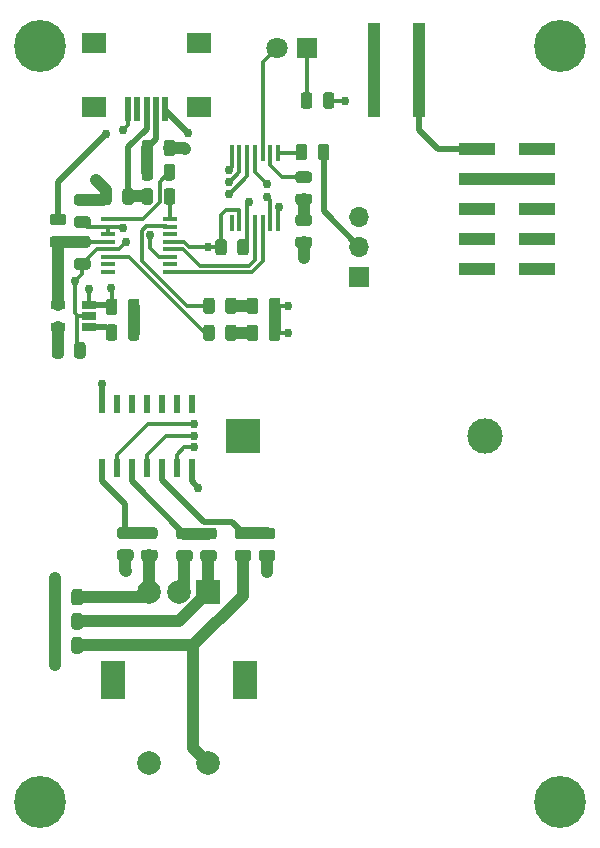
<source format=gtl>
%TF.GenerationSoftware,KiCad,Pcbnew,(5.1.6-0-10_14)*%
%TF.CreationDate,2020-07-28T22:12:12-04:00*%
%TF.ProjectId,uRemote,7552656d-6f74-4652-9e6b-696361645f70,rev?*%
%TF.SameCoordinates,Original*%
%TF.FileFunction,Copper,L1,Top*%
%TF.FilePolarity,Positive*%
%FSLAX46Y46*%
G04 Gerber Fmt 4.6, Leading zero omitted, Abs format (unit mm)*
G04 Created by KiCad (PCBNEW (5.1.6-0-10_14)) date 2020-07-28 22:12:12*
%MOMM*%
%LPD*%
G01*
G04 APERTURE LIST*
%TA.AperFunction,SMDPad,CuDef*%
%ADD10R,3.150000X1.000000*%
%TD*%
%TA.AperFunction,SMDPad,CuDef*%
%ADD11R,0.450000X1.450000*%
%TD*%
%TA.AperFunction,ComponentPad*%
%ADD12C,3.000000*%
%TD*%
%TA.AperFunction,ComponentPad*%
%ADD13R,3.000000X3.000000*%
%TD*%
%TA.AperFunction,SMDPad,CuDef*%
%ADD14R,0.600000X1.500000*%
%TD*%
%TA.AperFunction,ComponentPad*%
%ADD15R,1.800000X1.800000*%
%TD*%
%TA.AperFunction,ComponentPad*%
%ADD16C,1.800000*%
%TD*%
%TA.AperFunction,SMDPad,CuDef*%
%ADD17R,0.500000X2.000000*%
%TD*%
%TA.AperFunction,SMDPad,CuDef*%
%ADD18R,2.000000X1.700000*%
%TD*%
%TA.AperFunction,ComponentPad*%
%ADD19R,1.700000X1.700000*%
%TD*%
%TA.AperFunction,ComponentPad*%
%ADD20O,1.700000X1.700000*%
%TD*%
%TA.AperFunction,ComponentPad*%
%ADD21C,2.000000*%
%TD*%
%TA.AperFunction,ComponentPad*%
%ADD22R,2.000000X3.200000*%
%TD*%
%TA.AperFunction,ComponentPad*%
%ADD23R,2.000000X2.000000*%
%TD*%
%TA.AperFunction,SMDPad,CuDef*%
%ADD24R,1.000000X1.700000*%
%TD*%
%TA.AperFunction,SMDPad,CuDef*%
%ADD25R,1.200000X0.400000*%
%TD*%
%TA.AperFunction,SMDPad,CuDef*%
%ADD26R,1.220000X0.650000*%
%TD*%
%TA.AperFunction,ComponentPad*%
%ADD27C,4.400000*%
%TD*%
%TA.AperFunction,ComponentPad*%
%ADD28C,0.700000*%
%TD*%
%TA.AperFunction,ViaPad*%
%ADD29C,0.750000*%
%TD*%
%TA.AperFunction,Conductor*%
%ADD30C,0.500000*%
%TD*%
%TA.AperFunction,Conductor*%
%ADD31C,1.000000*%
%TD*%
%TA.AperFunction,Conductor*%
%ADD32C,0.300000*%
%TD*%
G04 APERTURE END LIST*
D10*
%TO.P,J1,10*%
%TO.N,Net-(J1-Pad10)*%
X65025000Y-41880000D03*
%TO.P,J1,9*%
%TO.N,Net-(J1-Pad9)*%
X59975000Y-41880000D03*
%TO.P,J1,8*%
%TO.N,Net-(J1-Pad8)*%
X65025000Y-39340000D03*
%TO.P,J1,7*%
%TO.N,Net-(J1-Pad7)*%
X59975000Y-39340000D03*
%TO.P,J1,6*%
%TO.N,SWCLK*%
X65025000Y-36800000D03*
%TO.P,J1,5*%
%TO.N,Net-(J1-Pad5)*%
X59975000Y-36800000D03*
%TO.P,J1,4*%
%TO.N,GND*%
X65025000Y-34260000D03*
%TO.P,J1,3*%
X59975000Y-34260000D03*
%TO.P,J1,2*%
%TO.N,SWDIO*%
X65025000Y-31720000D03*
%TO.P,J1,1*%
%TO.N,RST*%
X59975000Y-31720000D03*
%TD*%
D11*
%TO.P,U4,1*%
%TO.N,BOOT0*%
X43116700Y-32092200D03*
%TO.P,U4,2*%
%TO.N,LED*%
X42466700Y-32092200D03*
%TO.P,U4,3*%
%TO.N,IRLED*%
X41816700Y-32092200D03*
%TO.P,U4,4*%
%TO.N,RST*%
X41166700Y-32092200D03*
%TO.P,U4,5*%
%TO.N,ChanB*%
X40516700Y-32092200D03*
%TO.P,U4,6*%
%TO.N,ChanA*%
X39866700Y-32092200D03*
%TO.P,U4,7*%
%TO.N,Button*%
X39216700Y-32092200D03*
%TO.P,U4,8*%
%TO.N,Net-(U4-Pad8)*%
X39216700Y-37992200D03*
%TO.P,U4,9*%
%TO.N,GND*%
X39866700Y-37992200D03*
%TO.P,U4,10*%
%TO.N,VCC*%
X40516700Y-37992200D03*
%TO.P,U4,11*%
%TO.N,TX*%
X41166700Y-37992200D03*
%TO.P,U4,12*%
%TO.N,RX*%
X41816700Y-37992200D03*
%TO.P,U4,13*%
%TO.N,SWDIO*%
X42466700Y-37992200D03*
%TO.P,U4,14*%
%TO.N,SWCLK*%
X43116700Y-37992200D03*
%TD*%
%TO.P,R1,2*%
%TO.N,D-*%
%TA.AperFunction,SMDPad,CuDef*%
G36*
G01*
X32550000Y-33243750D02*
X32550000Y-34156250D01*
G75*
G02*
X32306250Y-34400000I-243750J0D01*
G01*
X31818750Y-34400000D01*
G75*
G02*
X31575000Y-34156250I0J243750D01*
G01*
X31575000Y-33243750D01*
G75*
G02*
X31818750Y-33000000I243750J0D01*
G01*
X32306250Y-33000000D01*
G75*
G02*
X32550000Y-33243750I0J-243750D01*
G01*
G37*
%TD.AperFunction*%
%TO.P,R1,1*%
%TO.N,Net-(R1-Pad1)*%
%TA.AperFunction,SMDPad,CuDef*%
G36*
G01*
X34425000Y-33243750D02*
X34425000Y-34156250D01*
G75*
G02*
X34181250Y-34400000I-243750J0D01*
G01*
X33693750Y-34400000D01*
G75*
G02*
X33450000Y-34156250I0J243750D01*
G01*
X33450000Y-33243750D01*
G75*
G02*
X33693750Y-33000000I243750J0D01*
G01*
X34181250Y-33000000D01*
G75*
G02*
X34425000Y-33243750I0J-243750D01*
G01*
G37*
%TD.AperFunction*%
%TD*%
D12*
%TO.P,BT1,2*%
%TO.N,GND*%
X60640000Y-56050000D03*
D13*
%TO.P,BT1,1*%
%TO.N,VCC*%
X40150000Y-56050000D03*
%TD*%
D14*
%TO.P,U1,14*%
%TO.N,VCC*%
X28190000Y-53300000D03*
%TO.P,U1,13*%
%TO.N,N/C*%
X29460000Y-53300000D03*
%TO.P,U1,12*%
X30730000Y-53300000D03*
%TO.P,U1,11*%
X32000000Y-53300000D03*
%TO.P,U1,10*%
X33270000Y-53300000D03*
%TO.P,U1,9*%
X34540000Y-53300000D03*
%TO.P,U1,8*%
X35810000Y-53300000D03*
%TO.P,U1,7*%
%TO.N,GND*%
X35810000Y-58700000D03*
%TO.P,U1,6*%
%TO.N,Button*%
X34540000Y-58700000D03*
%TO.P,U1,5*%
%TO.N,Net-(C4-Pad1)*%
X33270000Y-58700000D03*
%TO.P,U1,4*%
%TO.N,ChanA*%
X32000000Y-58700000D03*
%TO.P,U1,3*%
%TO.N,Net-(C7-Pad1)*%
X30730000Y-58700000D03*
%TO.P,U1,2*%
%TO.N,ChanB*%
X29460000Y-58700000D03*
%TO.P,U1,1*%
%TO.N,Net-(C6-Pad2)*%
X28190000Y-58700000D03*
%TD*%
%TO.P,FB1,2*%
%TO.N,VBUS*%
%TA.AperFunction,SMDPad,CuDef*%
G36*
G01*
X24043750Y-39100000D02*
X24956250Y-39100000D01*
G75*
G02*
X25200000Y-39343750I0J-243750D01*
G01*
X25200000Y-39831250D01*
G75*
G02*
X24956250Y-40075000I-243750J0D01*
G01*
X24043750Y-40075000D01*
G75*
G02*
X23800000Y-39831250I0J243750D01*
G01*
X23800000Y-39343750D01*
G75*
G02*
X24043750Y-39100000I243750J0D01*
G01*
G37*
%TD.AperFunction*%
%TO.P,FB1,1*%
%TO.N,Net-(FB1-Pad1)*%
%TA.AperFunction,SMDPad,CuDef*%
G36*
G01*
X24043750Y-37225000D02*
X24956250Y-37225000D01*
G75*
G02*
X25200000Y-37468750I0J-243750D01*
G01*
X25200000Y-37956250D01*
G75*
G02*
X24956250Y-38200000I-243750J0D01*
G01*
X24043750Y-38200000D01*
G75*
G02*
X23800000Y-37956250I0J243750D01*
G01*
X23800000Y-37468750D01*
G75*
G02*
X24043750Y-37225000I243750J0D01*
G01*
G37*
%TD.AperFunction*%
%TD*%
%TO.P,C1,2*%
%TO.N,D+*%
%TA.AperFunction,SMDPad,CuDef*%
G36*
G01*
X29950000Y-36206250D02*
X29950000Y-35293750D01*
G75*
G02*
X30193750Y-35050000I243750J0D01*
G01*
X30681250Y-35050000D01*
G75*
G02*
X30925000Y-35293750I0J-243750D01*
G01*
X30925000Y-36206250D01*
G75*
G02*
X30681250Y-36450000I-243750J0D01*
G01*
X30193750Y-36450000D01*
G75*
G02*
X29950000Y-36206250I0J243750D01*
G01*
G37*
%TD.AperFunction*%
%TO.P,C1,1*%
%TO.N,GND*%
%TA.AperFunction,SMDPad,CuDef*%
G36*
G01*
X28075000Y-36206250D02*
X28075000Y-35293750D01*
G75*
G02*
X28318750Y-35050000I243750J0D01*
G01*
X28806250Y-35050000D01*
G75*
G02*
X29050000Y-35293750I0J-243750D01*
G01*
X29050000Y-36206250D01*
G75*
G02*
X28806250Y-36450000I-243750J0D01*
G01*
X28318750Y-36450000D01*
G75*
G02*
X28075000Y-36206250I0J243750D01*
G01*
G37*
%TD.AperFunction*%
%TD*%
%TO.P,C2,2*%
%TO.N,GND*%
%TA.AperFunction,SMDPad,CuDef*%
G36*
G01*
X26097050Y-40972900D02*
X27009550Y-40972900D01*
G75*
G02*
X27253300Y-41216650I0J-243750D01*
G01*
X27253300Y-41704150D01*
G75*
G02*
X27009550Y-41947900I-243750J0D01*
G01*
X26097050Y-41947900D01*
G75*
G02*
X25853300Y-41704150I0J243750D01*
G01*
X25853300Y-41216650D01*
G75*
G02*
X26097050Y-40972900I243750J0D01*
G01*
G37*
%TD.AperFunction*%
%TO.P,C2,1*%
%TO.N,VBUS*%
%TA.AperFunction,SMDPad,CuDef*%
G36*
G01*
X26097050Y-39097900D02*
X27009550Y-39097900D01*
G75*
G02*
X27253300Y-39341650I0J-243750D01*
G01*
X27253300Y-39829150D01*
G75*
G02*
X27009550Y-40072900I-243750J0D01*
G01*
X26097050Y-40072900D01*
G75*
G02*
X25853300Y-39829150I0J243750D01*
G01*
X25853300Y-39341650D01*
G75*
G02*
X26097050Y-39097900I243750J0D01*
G01*
G37*
%TD.AperFunction*%
%TD*%
%TO.P,C3,1*%
%TO.N,D-*%
%TA.AperFunction,SMDPad,CuDef*%
G36*
G01*
X31575000Y-32106250D02*
X31575000Y-31193750D01*
G75*
G02*
X31818750Y-30950000I243750J0D01*
G01*
X32306250Y-30950000D01*
G75*
G02*
X32550000Y-31193750I0J-243750D01*
G01*
X32550000Y-32106250D01*
G75*
G02*
X32306250Y-32350000I-243750J0D01*
G01*
X31818750Y-32350000D01*
G75*
G02*
X31575000Y-32106250I0J243750D01*
G01*
G37*
%TD.AperFunction*%
%TO.P,C3,2*%
%TO.N,GND*%
%TA.AperFunction,SMDPad,CuDef*%
G36*
G01*
X33450000Y-32106250D02*
X33450000Y-31193750D01*
G75*
G02*
X33693750Y-30950000I243750J0D01*
G01*
X34181250Y-30950000D01*
G75*
G02*
X34425000Y-31193750I0J-243750D01*
G01*
X34425000Y-32106250D01*
G75*
G02*
X34181250Y-32350000I-243750J0D01*
G01*
X33693750Y-32350000D01*
G75*
G02*
X33450000Y-32106250I0J243750D01*
G01*
G37*
%TD.AperFunction*%
%TD*%
%TO.P,C4,1*%
%TO.N,Net-(C4-Pad1)*%
%TA.AperFunction,SMDPad,CuDef*%
G36*
G01*
X41721450Y-63783900D02*
X42633950Y-63783900D01*
G75*
G02*
X42877700Y-64027650I0J-243750D01*
G01*
X42877700Y-64515150D01*
G75*
G02*
X42633950Y-64758900I-243750J0D01*
G01*
X41721450Y-64758900D01*
G75*
G02*
X41477700Y-64515150I0J243750D01*
G01*
X41477700Y-64027650D01*
G75*
G02*
X41721450Y-63783900I243750J0D01*
G01*
G37*
%TD.AperFunction*%
%TO.P,C4,2*%
%TO.N,GND*%
%TA.AperFunction,SMDPad,CuDef*%
G36*
G01*
X41721450Y-65658900D02*
X42633950Y-65658900D01*
G75*
G02*
X42877700Y-65902650I0J-243750D01*
G01*
X42877700Y-66390150D01*
G75*
G02*
X42633950Y-66633900I-243750J0D01*
G01*
X41721450Y-66633900D01*
G75*
G02*
X41477700Y-66390150I0J243750D01*
G01*
X41477700Y-65902650D01*
G75*
G02*
X41721450Y-65658900I243750J0D01*
G01*
G37*
%TD.AperFunction*%
%TD*%
%TO.P,C5,2*%
%TO.N,GND*%
%TA.AperFunction,SMDPad,CuDef*%
G36*
G01*
X27009550Y-36516900D02*
X26097050Y-36516900D01*
G75*
G02*
X25853300Y-36273150I0J243750D01*
G01*
X25853300Y-35785650D01*
G75*
G02*
X26097050Y-35541900I243750J0D01*
G01*
X27009550Y-35541900D01*
G75*
G02*
X27253300Y-35785650I0J-243750D01*
G01*
X27253300Y-36273150D01*
G75*
G02*
X27009550Y-36516900I-243750J0D01*
G01*
G37*
%TD.AperFunction*%
%TO.P,C5,1*%
%TO.N,Net-(C5-Pad1)*%
%TA.AperFunction,SMDPad,CuDef*%
G36*
G01*
X27009550Y-38391900D02*
X26097050Y-38391900D01*
G75*
G02*
X25853300Y-38148150I0J243750D01*
G01*
X25853300Y-37660650D01*
G75*
G02*
X26097050Y-37416900I243750J0D01*
G01*
X27009550Y-37416900D01*
G75*
G02*
X27253300Y-37660650I0J-243750D01*
G01*
X27253300Y-38148150D01*
G75*
G02*
X27009550Y-38391900I-243750J0D01*
G01*
G37*
%TD.AperFunction*%
%TD*%
%TO.P,C6,2*%
%TO.N,Net-(C6-Pad2)*%
%TA.AperFunction,SMDPad,CuDef*%
G36*
G01*
X30657850Y-64733500D02*
X29745350Y-64733500D01*
G75*
G02*
X29501600Y-64489750I0J243750D01*
G01*
X29501600Y-64002250D01*
G75*
G02*
X29745350Y-63758500I243750J0D01*
G01*
X30657850Y-63758500D01*
G75*
G02*
X30901600Y-64002250I0J-243750D01*
G01*
X30901600Y-64489750D01*
G75*
G02*
X30657850Y-64733500I-243750J0D01*
G01*
G37*
%TD.AperFunction*%
%TO.P,C6,1*%
%TO.N,GND*%
%TA.AperFunction,SMDPad,CuDef*%
G36*
G01*
X30657850Y-66608500D02*
X29745350Y-66608500D01*
G75*
G02*
X29501600Y-66364750I0J243750D01*
G01*
X29501600Y-65877250D01*
G75*
G02*
X29745350Y-65633500I243750J0D01*
G01*
X30657850Y-65633500D01*
G75*
G02*
X30901600Y-65877250I0J-243750D01*
G01*
X30901600Y-66364750D01*
G75*
G02*
X30657850Y-66608500I-243750J0D01*
G01*
G37*
%TD.AperFunction*%
%TD*%
%TO.P,C7,1*%
%TO.N,Net-(C7-Pad1)*%
%TA.AperFunction,SMDPad,CuDef*%
G36*
G01*
X34749150Y-63796600D02*
X35661650Y-63796600D01*
G75*
G02*
X35905400Y-64040350I0J-243750D01*
G01*
X35905400Y-64527850D01*
G75*
G02*
X35661650Y-64771600I-243750J0D01*
G01*
X34749150Y-64771600D01*
G75*
G02*
X34505400Y-64527850I0J243750D01*
G01*
X34505400Y-64040350D01*
G75*
G02*
X34749150Y-63796600I243750J0D01*
G01*
G37*
%TD.AperFunction*%
%TO.P,C7,2*%
%TO.N,GND*%
%TA.AperFunction,SMDPad,CuDef*%
G36*
G01*
X34749150Y-65671600D02*
X35661650Y-65671600D01*
G75*
G02*
X35905400Y-65915350I0J-243750D01*
G01*
X35905400Y-66402850D01*
G75*
G02*
X35661650Y-66646600I-243750J0D01*
G01*
X34749150Y-66646600D01*
G75*
G02*
X34505400Y-66402850I0J243750D01*
G01*
X34505400Y-65915350D01*
G75*
G02*
X34749150Y-65671600I243750J0D01*
G01*
G37*
%TD.AperFunction*%
%TD*%
%TO.P,C8,1*%
%TO.N,VCC*%
%TA.AperFunction,SMDPad,CuDef*%
G36*
G01*
X40654200Y-39585950D02*
X40654200Y-40498450D01*
G75*
G02*
X40410450Y-40742200I-243750J0D01*
G01*
X39922950Y-40742200D01*
G75*
G02*
X39679200Y-40498450I0J243750D01*
G01*
X39679200Y-39585950D01*
G75*
G02*
X39922950Y-39342200I243750J0D01*
G01*
X40410450Y-39342200D01*
G75*
G02*
X40654200Y-39585950I0J-243750D01*
G01*
G37*
%TD.AperFunction*%
%TO.P,C8,2*%
%TO.N,GND*%
%TA.AperFunction,SMDPad,CuDef*%
G36*
G01*
X38779200Y-39585950D02*
X38779200Y-40498450D01*
G75*
G02*
X38535450Y-40742200I-243750J0D01*
G01*
X38047950Y-40742200D01*
G75*
G02*
X37804200Y-40498450I0J243750D01*
G01*
X37804200Y-39585950D01*
G75*
G02*
X38047950Y-39342200I243750J0D01*
G01*
X38535450Y-39342200D01*
G75*
G02*
X38779200Y-39585950I0J-243750D01*
G01*
G37*
%TD.AperFunction*%
%TD*%
%TO.P,RX,2*%
%TO.N,RXLED*%
%TA.AperFunction,SMDPad,CuDef*%
G36*
G01*
X37765500Y-44550250D02*
X37765500Y-45462750D01*
G75*
G02*
X37521750Y-45706500I-243750J0D01*
G01*
X37034250Y-45706500D01*
G75*
G02*
X36790500Y-45462750I0J243750D01*
G01*
X36790500Y-44550250D01*
G75*
G02*
X37034250Y-44306500I243750J0D01*
G01*
X37521750Y-44306500D01*
G75*
G02*
X37765500Y-44550250I0J-243750D01*
G01*
G37*
%TD.AperFunction*%
%TO.P,RX,1*%
%TO.N,Net-(D1-Pad1)*%
%TA.AperFunction,SMDPad,CuDef*%
G36*
G01*
X39640500Y-44550250D02*
X39640500Y-45462750D01*
G75*
G02*
X39396750Y-45706500I-243750J0D01*
G01*
X38909250Y-45706500D01*
G75*
G02*
X38665500Y-45462750I0J243750D01*
G01*
X38665500Y-44550250D01*
G75*
G02*
X38909250Y-44306500I243750J0D01*
G01*
X39396750Y-44306500D01*
G75*
G02*
X39640500Y-44550250I0J-243750D01*
G01*
G37*
%TD.AperFunction*%
%TD*%
%TO.P,TX,1*%
%TO.N,Net-(D2-Pad1)*%
%TA.AperFunction,SMDPad,CuDef*%
G36*
G01*
X39640500Y-46836250D02*
X39640500Y-47748750D01*
G75*
G02*
X39396750Y-47992500I-243750J0D01*
G01*
X38909250Y-47992500D01*
G75*
G02*
X38665500Y-47748750I0J243750D01*
G01*
X38665500Y-46836250D01*
G75*
G02*
X38909250Y-46592500I243750J0D01*
G01*
X39396750Y-46592500D01*
G75*
G02*
X39640500Y-46836250I0J-243750D01*
G01*
G37*
%TD.AperFunction*%
%TO.P,TX,2*%
%TO.N,TXLED*%
%TA.AperFunction,SMDPad,CuDef*%
G36*
G01*
X37765500Y-46836250D02*
X37765500Y-47748750D01*
G75*
G02*
X37521750Y-47992500I-243750J0D01*
G01*
X37034250Y-47992500D01*
G75*
G02*
X36790500Y-47748750I0J243750D01*
G01*
X36790500Y-46836250D01*
G75*
G02*
X37034250Y-46592500I243750J0D01*
G01*
X37521750Y-46592500D01*
G75*
G02*
X37765500Y-46836250I0J-243750D01*
G01*
G37*
%TD.AperFunction*%
%TD*%
%TO.P,CHRG,2*%
%TO.N,VCC*%
%TA.AperFunction,SMDPad,CuDef*%
G36*
G01*
X29525300Y-44643750D02*
X29525300Y-45556250D01*
G75*
G02*
X29281550Y-45800000I-243750J0D01*
G01*
X28794050Y-45800000D01*
G75*
G02*
X28550300Y-45556250I0J243750D01*
G01*
X28550300Y-44643750D01*
G75*
G02*
X28794050Y-44400000I243750J0D01*
G01*
X29281550Y-44400000D01*
G75*
G02*
X29525300Y-44643750I0J-243750D01*
G01*
G37*
%TD.AperFunction*%
%TO.P,CHRG,1*%
%TO.N,Net-(D3-Pad1)*%
%TA.AperFunction,SMDPad,CuDef*%
G36*
G01*
X31400300Y-44643750D02*
X31400300Y-45556250D01*
G75*
G02*
X31156550Y-45800000I-243750J0D01*
G01*
X30669050Y-45800000D01*
G75*
G02*
X30425300Y-45556250I0J243750D01*
G01*
X30425300Y-44643750D01*
G75*
G02*
X30669050Y-44400000I243750J0D01*
G01*
X31156550Y-44400000D01*
G75*
G02*
X31400300Y-44643750I0J-243750D01*
G01*
G37*
%TD.AperFunction*%
%TD*%
%TO.P,LED,1*%
%TO.N,Net-(D4-Pad1)*%
%TA.AperFunction,SMDPad,CuDef*%
G36*
G01*
X45756250Y-36475000D02*
X44843750Y-36475000D01*
G75*
G02*
X44600000Y-36231250I0J243750D01*
G01*
X44600000Y-35743750D01*
G75*
G02*
X44843750Y-35500000I243750J0D01*
G01*
X45756250Y-35500000D01*
G75*
G02*
X46000000Y-35743750I0J-243750D01*
G01*
X46000000Y-36231250D01*
G75*
G02*
X45756250Y-36475000I-243750J0D01*
G01*
G37*
%TD.AperFunction*%
%TO.P,LED,2*%
%TO.N,LED*%
%TA.AperFunction,SMDPad,CuDef*%
G36*
G01*
X45756250Y-34600000D02*
X44843750Y-34600000D01*
G75*
G02*
X44600000Y-34356250I0J243750D01*
G01*
X44600000Y-33868750D01*
G75*
G02*
X44843750Y-33625000I243750J0D01*
G01*
X45756250Y-33625000D01*
G75*
G02*
X46000000Y-33868750I0J-243750D01*
G01*
X46000000Y-34356250D01*
G75*
G02*
X45756250Y-34600000I-243750J0D01*
G01*
G37*
%TD.AperFunction*%
%TD*%
D15*
%TO.P,D5,1*%
%TO.N,Net-(D5-Pad1)*%
X45540000Y-23150000D03*
D16*
%TO.P,D5,2*%
%TO.N,IRLED*%
X43000000Y-23150000D03*
%TD*%
D17*
%TO.P,J2,1*%
%TO.N,Net-(FB1-Pad1)*%
X33600000Y-28300000D03*
%TO.P,J2,2*%
%TO.N,D-*%
X32800000Y-28300000D03*
%TO.P,J2,3*%
%TO.N,D+*%
X32000000Y-28300000D03*
%TO.P,J2,4*%
%TO.N,Net-(J2-Pad4)*%
X31200000Y-28300000D03*
%TO.P,J2,5*%
%TO.N,GND*%
X30400000Y-28300000D03*
D18*
%TO.P,J2,6*%
X36450000Y-28200000D03*
X36450000Y-22750000D03*
X27550000Y-28200000D03*
X27550000Y-22750000D03*
%TD*%
D19*
%TO.P,BOOT0,1*%
%TO.N,VCC*%
X50000000Y-42540000D03*
D20*
%TO.P,BOOT0,2*%
%TO.N,Net-(JP1-Pad2)*%
X50000000Y-40000000D03*
%TO.P,BOOT0,3*%
%TO.N,GND*%
X50000000Y-37460000D03*
%TD*%
%TO.P,R2,1*%
%TO.N,D+*%
%TA.AperFunction,SMDPad,CuDef*%
G36*
G01*
X31575000Y-36206250D02*
X31575000Y-35293750D01*
G75*
G02*
X31818750Y-35050000I243750J0D01*
G01*
X32306250Y-35050000D01*
G75*
G02*
X32550000Y-35293750I0J-243750D01*
G01*
X32550000Y-36206250D01*
G75*
G02*
X32306250Y-36450000I-243750J0D01*
G01*
X31818750Y-36450000D01*
G75*
G02*
X31575000Y-36206250I0J243750D01*
G01*
G37*
%TD.AperFunction*%
%TO.P,R2,2*%
%TO.N,Net-(R2-Pad2)*%
%TA.AperFunction,SMDPad,CuDef*%
G36*
G01*
X33450000Y-36206250D02*
X33450000Y-35293750D01*
G75*
G02*
X33693750Y-35050000I243750J0D01*
G01*
X34181250Y-35050000D01*
G75*
G02*
X34425000Y-35293750I0J-243750D01*
G01*
X34425000Y-36206250D01*
G75*
G02*
X34181250Y-36450000I-243750J0D01*
G01*
X33693750Y-36450000D01*
G75*
G02*
X33450000Y-36206250I0J243750D01*
G01*
G37*
%TD.AperFunction*%
%TD*%
%TO.P,R3,2*%
%TO.N,Net-(C4-Pad1)*%
%TA.AperFunction,SMDPad,CuDef*%
G36*
G01*
X40601950Y-64758900D02*
X39689450Y-64758900D01*
G75*
G02*
X39445700Y-64515150I0J243750D01*
G01*
X39445700Y-64027650D01*
G75*
G02*
X39689450Y-63783900I243750J0D01*
G01*
X40601950Y-63783900D01*
G75*
G02*
X40845700Y-64027650I0J-243750D01*
G01*
X40845700Y-64515150D01*
G75*
G02*
X40601950Y-64758900I-243750J0D01*
G01*
G37*
%TD.AperFunction*%
%TO.P,R3,1*%
%TO.N,Net-(R3-Pad1)*%
%TA.AperFunction,SMDPad,CuDef*%
G36*
G01*
X40601950Y-66633900D02*
X39689450Y-66633900D01*
G75*
G02*
X39445700Y-66390150I0J243750D01*
G01*
X39445700Y-65902650D01*
G75*
G02*
X39689450Y-65658900I243750J0D01*
G01*
X40601950Y-65658900D01*
G75*
G02*
X40845700Y-65902650I0J-243750D01*
G01*
X40845700Y-66390150D01*
G75*
G02*
X40601950Y-66633900I-243750J0D01*
G01*
G37*
%TD.AperFunction*%
%TD*%
%TO.P,R4,1*%
%TO.N,VCC*%
%TA.AperFunction,SMDPad,CuDef*%
G36*
G01*
X23760100Y-74199550D02*
X23760100Y-73287050D01*
G75*
G02*
X24003850Y-73043300I243750J0D01*
G01*
X24491350Y-73043300D01*
G75*
G02*
X24735100Y-73287050I0J-243750D01*
G01*
X24735100Y-74199550D01*
G75*
G02*
X24491350Y-74443300I-243750J0D01*
G01*
X24003850Y-74443300D01*
G75*
G02*
X23760100Y-74199550I0J243750D01*
G01*
G37*
%TD.AperFunction*%
%TO.P,R4,2*%
%TO.N,Net-(R3-Pad1)*%
%TA.AperFunction,SMDPad,CuDef*%
G36*
G01*
X25635100Y-74199550D02*
X25635100Y-73287050D01*
G75*
G02*
X25878850Y-73043300I243750J0D01*
G01*
X26366350Y-73043300D01*
G75*
G02*
X26610100Y-73287050I0J-243750D01*
G01*
X26610100Y-74199550D01*
G75*
G02*
X26366350Y-74443300I-243750J0D01*
G01*
X25878850Y-74443300D01*
G75*
G02*
X25635100Y-74199550I0J243750D01*
G01*
G37*
%TD.AperFunction*%
%TD*%
%TO.P,R5,2*%
%TO.N,Net-(R5-Pad2)*%
%TA.AperFunction,SMDPad,CuDef*%
G36*
G01*
X25638900Y-72167550D02*
X25638900Y-71255050D01*
G75*
G02*
X25882650Y-71011300I243750J0D01*
G01*
X26370150Y-71011300D01*
G75*
G02*
X26613900Y-71255050I0J-243750D01*
G01*
X26613900Y-72167550D01*
G75*
G02*
X26370150Y-72411300I-243750J0D01*
G01*
X25882650Y-72411300D01*
G75*
G02*
X25638900Y-72167550I0J243750D01*
G01*
G37*
%TD.AperFunction*%
%TO.P,R5,1*%
%TO.N,VCC*%
%TA.AperFunction,SMDPad,CuDef*%
G36*
G01*
X23763900Y-72167550D02*
X23763900Y-71255050D01*
G75*
G02*
X24007650Y-71011300I243750J0D01*
G01*
X24495150Y-71011300D01*
G75*
G02*
X24738900Y-71255050I0J-243750D01*
G01*
X24738900Y-72167550D01*
G75*
G02*
X24495150Y-72411300I-243750J0D01*
G01*
X24007650Y-72411300D01*
G75*
G02*
X23763900Y-72167550I0J243750D01*
G01*
G37*
%TD.AperFunction*%
%TD*%
%TO.P,R6,2*%
%TO.N,Net-(R6-Pad2)*%
%TA.AperFunction,SMDPad,CuDef*%
G36*
G01*
X25638900Y-70123850D02*
X25638900Y-69211350D01*
G75*
G02*
X25882650Y-68967600I243750J0D01*
G01*
X26370150Y-68967600D01*
G75*
G02*
X26613900Y-69211350I0J-243750D01*
G01*
X26613900Y-70123850D01*
G75*
G02*
X26370150Y-70367600I-243750J0D01*
G01*
X25882650Y-70367600D01*
G75*
G02*
X25638900Y-70123850I0J243750D01*
G01*
G37*
%TD.AperFunction*%
%TO.P,R6,1*%
%TO.N,VCC*%
%TA.AperFunction,SMDPad,CuDef*%
G36*
G01*
X23763900Y-70123850D02*
X23763900Y-69211350D01*
G75*
G02*
X24007650Y-68967600I243750J0D01*
G01*
X24495150Y-68967600D01*
G75*
G02*
X24738900Y-69211350I0J-243750D01*
G01*
X24738900Y-70123850D01*
G75*
G02*
X24495150Y-70367600I-243750J0D01*
G01*
X24007650Y-70367600D01*
G75*
G02*
X23763900Y-70123850I0J243750D01*
G01*
G37*
%TD.AperFunction*%
%TD*%
%TO.P,R7,1*%
%TO.N,Net-(JP1-Pad2)*%
%TA.AperFunction,SMDPad,CuDef*%
G36*
G01*
X47475000Y-31543750D02*
X47475000Y-32456250D01*
G75*
G02*
X47231250Y-32700000I-243750J0D01*
G01*
X46743750Y-32700000D01*
G75*
G02*
X46500000Y-32456250I0J243750D01*
G01*
X46500000Y-31543750D01*
G75*
G02*
X46743750Y-31300000I243750J0D01*
G01*
X47231250Y-31300000D01*
G75*
G02*
X47475000Y-31543750I0J-243750D01*
G01*
G37*
%TD.AperFunction*%
%TO.P,R7,2*%
%TO.N,BOOT0*%
%TA.AperFunction,SMDPad,CuDef*%
G36*
G01*
X45600000Y-31543750D02*
X45600000Y-32456250D01*
G75*
G02*
X45356250Y-32700000I-243750J0D01*
G01*
X44868750Y-32700000D01*
G75*
G02*
X44625000Y-32456250I0J243750D01*
G01*
X44625000Y-31543750D01*
G75*
G02*
X44868750Y-31300000I243750J0D01*
G01*
X45356250Y-31300000D01*
G75*
G02*
X45600000Y-31543750I0J-243750D01*
G01*
G37*
%TD.AperFunction*%
%TD*%
%TO.P,R8,2*%
%TO.N,Net-(R6-Pad2)*%
%TA.AperFunction,SMDPad,CuDef*%
G36*
G01*
X31777350Y-65646200D02*
X32689850Y-65646200D01*
G75*
G02*
X32933600Y-65889950I0J-243750D01*
G01*
X32933600Y-66377450D01*
G75*
G02*
X32689850Y-66621200I-243750J0D01*
G01*
X31777350Y-66621200D01*
G75*
G02*
X31533600Y-66377450I0J243750D01*
G01*
X31533600Y-65889950D01*
G75*
G02*
X31777350Y-65646200I243750J0D01*
G01*
G37*
%TD.AperFunction*%
%TO.P,R8,1*%
%TO.N,Net-(C6-Pad2)*%
%TA.AperFunction,SMDPad,CuDef*%
G36*
G01*
X31777350Y-63771200D02*
X32689850Y-63771200D01*
G75*
G02*
X32933600Y-64014950I0J-243750D01*
G01*
X32933600Y-64502450D01*
G75*
G02*
X32689850Y-64746200I-243750J0D01*
G01*
X31777350Y-64746200D01*
G75*
G02*
X31533600Y-64502450I0J243750D01*
G01*
X31533600Y-64014950D01*
G75*
G02*
X31777350Y-63771200I243750J0D01*
G01*
G37*
%TD.AperFunction*%
%TD*%
%TO.P,R9,1*%
%TO.N,Net-(C7-Pad1)*%
%TA.AperFunction,SMDPad,CuDef*%
G36*
G01*
X36781150Y-63796600D02*
X37693650Y-63796600D01*
G75*
G02*
X37937400Y-64040350I0J-243750D01*
G01*
X37937400Y-64527850D01*
G75*
G02*
X37693650Y-64771600I-243750J0D01*
G01*
X36781150Y-64771600D01*
G75*
G02*
X36537400Y-64527850I0J243750D01*
G01*
X36537400Y-64040350D01*
G75*
G02*
X36781150Y-63796600I243750J0D01*
G01*
G37*
%TD.AperFunction*%
%TO.P,R9,2*%
%TO.N,Net-(R5-Pad2)*%
%TA.AperFunction,SMDPad,CuDef*%
G36*
G01*
X36781150Y-65671600D02*
X37693650Y-65671600D01*
G75*
G02*
X37937400Y-65915350I0J-243750D01*
G01*
X37937400Y-66402850D01*
G75*
G02*
X37693650Y-66646600I-243750J0D01*
G01*
X36781150Y-66646600D01*
G75*
G02*
X36537400Y-66402850I0J243750D01*
G01*
X36537400Y-65915350D01*
G75*
G02*
X36781150Y-65671600I243750J0D01*
G01*
G37*
%TD.AperFunction*%
%TD*%
%TO.P,R10,2*%
%TO.N,Net-(D1-Pad1)*%
%TA.AperFunction,SMDPad,CuDef*%
G36*
G01*
X41448500Y-44550250D02*
X41448500Y-45462750D01*
G75*
G02*
X41204750Y-45706500I-243750J0D01*
G01*
X40717250Y-45706500D01*
G75*
G02*
X40473500Y-45462750I0J243750D01*
G01*
X40473500Y-44550250D01*
G75*
G02*
X40717250Y-44306500I243750J0D01*
G01*
X41204750Y-44306500D01*
G75*
G02*
X41448500Y-44550250I0J-243750D01*
G01*
G37*
%TD.AperFunction*%
%TO.P,R10,1*%
%TO.N,GND*%
%TA.AperFunction,SMDPad,CuDef*%
G36*
G01*
X43323500Y-44550250D02*
X43323500Y-45462750D01*
G75*
G02*
X43079750Y-45706500I-243750J0D01*
G01*
X42592250Y-45706500D01*
G75*
G02*
X42348500Y-45462750I0J243750D01*
G01*
X42348500Y-44550250D01*
G75*
G02*
X42592250Y-44306500I243750J0D01*
G01*
X43079750Y-44306500D01*
G75*
G02*
X43323500Y-44550250I0J-243750D01*
G01*
G37*
%TD.AperFunction*%
%TD*%
%TO.P,R11,1*%
%TO.N,GND*%
%TA.AperFunction,SMDPad,CuDef*%
G36*
G01*
X43323500Y-46836250D02*
X43323500Y-47748750D01*
G75*
G02*
X43079750Y-47992500I-243750J0D01*
G01*
X42592250Y-47992500D01*
G75*
G02*
X42348500Y-47748750I0J243750D01*
G01*
X42348500Y-46836250D01*
G75*
G02*
X42592250Y-46592500I243750J0D01*
G01*
X43079750Y-46592500D01*
G75*
G02*
X43323500Y-46836250I0J-243750D01*
G01*
G37*
%TD.AperFunction*%
%TO.P,R11,2*%
%TO.N,Net-(D2-Pad1)*%
%TA.AperFunction,SMDPad,CuDef*%
G36*
G01*
X41448500Y-46836250D02*
X41448500Y-47748750D01*
G75*
G02*
X41204750Y-47992500I-243750J0D01*
G01*
X40717250Y-47992500D01*
G75*
G02*
X40473500Y-47748750I0J243750D01*
G01*
X40473500Y-46836250D01*
G75*
G02*
X40717250Y-46592500I243750J0D01*
G01*
X41204750Y-46592500D01*
G75*
G02*
X41448500Y-46836250I0J-243750D01*
G01*
G37*
%TD.AperFunction*%
%TD*%
%TO.P,R12,1*%
%TO.N,Net-(D3-Pad1)*%
%TA.AperFunction,SMDPad,CuDef*%
G36*
G01*
X31400300Y-46809550D02*
X31400300Y-47722050D01*
G75*
G02*
X31156550Y-47965800I-243750J0D01*
G01*
X30669050Y-47965800D01*
G75*
G02*
X30425300Y-47722050I0J243750D01*
G01*
X30425300Y-46809550D01*
G75*
G02*
X30669050Y-46565800I243750J0D01*
G01*
X31156550Y-46565800D01*
G75*
G02*
X31400300Y-46809550I0J-243750D01*
G01*
G37*
%TD.AperFunction*%
%TO.P,R12,2*%
%TO.N,Net-(R12-Pad2)*%
%TA.AperFunction,SMDPad,CuDef*%
G36*
G01*
X29525300Y-46809550D02*
X29525300Y-47722050D01*
G75*
G02*
X29281550Y-47965800I-243750J0D01*
G01*
X28794050Y-47965800D01*
G75*
G02*
X28550300Y-47722050I0J243750D01*
G01*
X28550300Y-46809550D01*
G75*
G02*
X28794050Y-46565800I243750J0D01*
G01*
X29281550Y-46565800D01*
G75*
G02*
X29525300Y-46809550I0J-243750D01*
G01*
G37*
%TD.AperFunction*%
%TD*%
%TO.P,R13,1*%
%TO.N,Net-(R13-Pad1)*%
%TA.AperFunction,SMDPad,CuDef*%
G36*
G01*
X23991000Y-49233350D02*
X23991000Y-48320850D01*
G75*
G02*
X24234750Y-48077100I243750J0D01*
G01*
X24722250Y-48077100D01*
G75*
G02*
X24966000Y-48320850I0J-243750D01*
G01*
X24966000Y-49233350D01*
G75*
G02*
X24722250Y-49477100I-243750J0D01*
G01*
X24234750Y-49477100D01*
G75*
G02*
X23991000Y-49233350I0J243750D01*
G01*
G37*
%TD.AperFunction*%
%TO.P,R13,2*%
%TO.N,GND*%
%TA.AperFunction,SMDPad,CuDef*%
G36*
G01*
X25866000Y-49233350D02*
X25866000Y-48320850D01*
G75*
G02*
X26109750Y-48077100I243750J0D01*
G01*
X26597250Y-48077100D01*
G75*
G02*
X26841000Y-48320850I0J-243750D01*
G01*
X26841000Y-49233350D01*
G75*
G02*
X26597250Y-49477100I-243750J0D01*
G01*
X26109750Y-49477100D01*
G75*
G02*
X25866000Y-49233350I0J243750D01*
G01*
G37*
%TD.AperFunction*%
%TD*%
%TO.P,R14,1*%
%TO.N,GND*%
%TA.AperFunction,SMDPad,CuDef*%
G36*
G01*
X45756250Y-40125000D02*
X44843750Y-40125000D01*
G75*
G02*
X44600000Y-39881250I0J243750D01*
G01*
X44600000Y-39393750D01*
G75*
G02*
X44843750Y-39150000I243750J0D01*
G01*
X45756250Y-39150000D01*
G75*
G02*
X46000000Y-39393750I0J-243750D01*
G01*
X46000000Y-39881250D01*
G75*
G02*
X45756250Y-40125000I-243750J0D01*
G01*
G37*
%TD.AperFunction*%
%TO.P,R14,2*%
%TO.N,Net-(D4-Pad1)*%
%TA.AperFunction,SMDPad,CuDef*%
G36*
G01*
X45756250Y-38250000D02*
X44843750Y-38250000D01*
G75*
G02*
X44600000Y-38006250I0J243750D01*
G01*
X44600000Y-37518750D01*
G75*
G02*
X44843750Y-37275000I243750J0D01*
G01*
X45756250Y-37275000D01*
G75*
G02*
X46000000Y-37518750I0J-243750D01*
G01*
X46000000Y-38006250D01*
G75*
G02*
X45756250Y-38250000I-243750J0D01*
G01*
G37*
%TD.AperFunction*%
%TD*%
%TO.P,R15,2*%
%TO.N,Net-(D5-Pad1)*%
%TA.AperFunction,SMDPad,CuDef*%
G36*
G01*
X46032000Y-27166250D02*
X46032000Y-28078750D01*
G75*
G02*
X45788250Y-28322500I-243750J0D01*
G01*
X45300750Y-28322500D01*
G75*
G02*
X45057000Y-28078750I0J243750D01*
G01*
X45057000Y-27166250D01*
G75*
G02*
X45300750Y-26922500I243750J0D01*
G01*
X45788250Y-26922500D01*
G75*
G02*
X46032000Y-27166250I0J-243750D01*
G01*
G37*
%TD.AperFunction*%
%TO.P,R15,1*%
%TO.N,GND*%
%TA.AperFunction,SMDPad,CuDef*%
G36*
G01*
X47907000Y-27166250D02*
X47907000Y-28078750D01*
G75*
G02*
X47663250Y-28322500I-243750J0D01*
G01*
X47175750Y-28322500D01*
G75*
G02*
X46932000Y-28078750I0J243750D01*
G01*
X46932000Y-27166250D01*
G75*
G02*
X47175750Y-26922500I243750J0D01*
G01*
X47663250Y-26922500D01*
G75*
G02*
X47907000Y-27166250I0J-243750D01*
G01*
G37*
%TD.AperFunction*%
%TD*%
D21*
%TO.P,SW1,S1*%
%TO.N,GND*%
X32228500Y-83710400D03*
%TO.P,SW1,S2*%
%TO.N,Net-(R3-Pad1)*%
X37228500Y-83710400D03*
D22*
%TO.P,SW1,MP*%
%TO.N,N/C*%
X29128500Y-76710400D03*
X40328500Y-76710400D03*
D21*
%TO.P,SW1,B*%
%TO.N,Net-(R6-Pad2)*%
X32228500Y-69210400D03*
%TO.P,SW1,C*%
%TO.N,GND*%
X34728500Y-69210400D03*
D23*
%TO.P,SW1,A*%
%TO.N,Net-(R5-Pad2)*%
X37228500Y-69210400D03*
%TD*%
D24*
%TO.P,RESET,2*%
%TO.N,RST*%
X55050000Y-21900000D03*
X55050000Y-28200000D03*
%TO.P,RESET,1*%
%TO.N,GND*%
X51250000Y-21900000D03*
X51250000Y-28200000D03*
%TD*%
D25*
%TO.P,U2,1*%
%TO.N,RX*%
X33950000Y-42122500D03*
%TO.P,U2,2*%
%TO.N,Net-(U2-Pad2)*%
X33950000Y-41487500D03*
%TO.P,U2,3*%
%TO.N,Net-(C5-Pad1)*%
X33950000Y-40852500D03*
%TO.P,U2,4*%
%TO.N,TX*%
X33950000Y-40217500D03*
%TO.P,U2,5*%
%TO.N,GND*%
X33950000Y-39582500D03*
%TO.P,U2,6*%
%TO.N,Net-(U2-Pad6)*%
X33950000Y-38947500D03*
%TO.P,U2,7*%
%TO.N,RXLED*%
X33950000Y-38312500D03*
%TO.P,U2,8*%
%TO.N,Net-(R2-Pad2)*%
X33950000Y-37677500D03*
%TO.P,U2,9*%
%TO.N,Net-(R1-Pad1)*%
X28750000Y-37677500D03*
%TO.P,U2,10*%
%TO.N,Net-(C5-Pad1)*%
X28750000Y-38312500D03*
%TO.P,U2,11*%
X28750000Y-38947500D03*
%TO.P,U2,12*%
%TO.N,VBUS*%
X28750000Y-39582500D03*
%TO.P,U2,13*%
%TO.N,GND*%
X28750000Y-40217500D03*
%TO.P,U2,14*%
%TO.N,TXLED*%
X28750000Y-40852500D03*
%TO.P,U2,15*%
%TO.N,Net-(U2-Pad15)*%
X28750000Y-41487500D03*
%TO.P,U2,16*%
%TO.N,Net-(U2-Pad16)*%
X28750000Y-42122500D03*
%TD*%
D26*
%TO.P,U3,1*%
%TO.N,Net-(R12-Pad2)*%
X27107000Y-46806100D03*
%TO.P,U3,2*%
%TO.N,GND*%
X27107000Y-45856100D03*
%TO.P,U3,3*%
%TO.N,VCC*%
X27107000Y-44906100D03*
%TO.P,U3,4*%
%TO.N,VBUS*%
X24487000Y-44906100D03*
%TO.P,U3,5*%
%TO.N,Net-(R13-Pad1)*%
X24487000Y-46806100D03*
%TD*%
D27*
%TO.P,H1,1*%
%TO.N,N/C*%
X23000000Y-23000000D03*
D28*
X24650000Y-23000000D03*
X24166726Y-24166726D03*
X23000000Y-24650000D03*
X21833274Y-24166726D03*
X21350000Y-23000000D03*
X21833274Y-21833274D03*
X23000000Y-21350000D03*
X24166726Y-21833274D03*
%TD*%
%TO.P,H2,1*%
%TO.N,N/C*%
X24166726Y-85833274D03*
X23000000Y-85350000D03*
X21833274Y-85833274D03*
X21350000Y-87000000D03*
X21833274Y-88166726D03*
X23000000Y-88650000D03*
X24166726Y-88166726D03*
X24650000Y-87000000D03*
D27*
X23000000Y-87000000D03*
%TD*%
%TO.P,H3,1*%
%TO.N,N/C*%
X67000000Y-23000000D03*
D28*
X68650000Y-23000000D03*
X68166726Y-24166726D03*
X67000000Y-24650000D03*
X65833274Y-24166726D03*
X65350000Y-23000000D03*
X65833274Y-21833274D03*
X67000000Y-21350000D03*
X68166726Y-21833274D03*
%TD*%
%TO.P,H4,1*%
%TO.N,N/C*%
X68166726Y-85833274D03*
X67000000Y-85350000D03*
X65833274Y-85833274D03*
X65350000Y-87000000D03*
X65833274Y-88166726D03*
X67000000Y-88650000D03*
X68166726Y-88166726D03*
X68650000Y-87000000D03*
D27*
X67000000Y-87000000D03*
%TD*%
D29*
%TO.N,GND*%
X28067000Y-28194000D03*
X35941000Y-28194000D03*
X35941000Y-22733000D03*
X28067000Y-22733000D03*
%TO.N,SWCLK*%
X64000000Y-36800000D03*
%TO.N,SWDIO*%
X63900000Y-31700000D03*
%TO.N,RST*%
X60900000Y-31700000D03*
%TO.N,Net-(C5-Pad1)*%
X32321500Y-38989000D03*
X29972000Y-38402500D03*
%TO.N,Net-(FB1-Pad1)*%
X35496500Y-30353000D03*
X28575000Y-30416500D03*
%TO.N,RST*%
X42200000Y-34700000D03*
%TO.N,ChanA*%
X39000000Y-34500000D03*
X36000000Y-56000000D03*
%TO.N,ChanB*%
X39000000Y-35500000D03*
X36000000Y-55000000D03*
%TO.N,Button*%
X36000000Y-57000000D03*
X39000000Y-33500000D03*
%TO.N,SWDIO*%
X42200000Y-35800000D03*
%TO.N,SWCLK*%
X43200000Y-36600000D03*
%TO.N,GND*%
X29972000Y-30099000D03*
X43942000Y-45021500D03*
X43942000Y-47307500D03*
X25971500Y-42926000D03*
X30289500Y-39624000D03*
X51250000Y-27617000D03*
X51250000Y-22410000D03*
X42164000Y-67500500D03*
X30226000Y-67437000D03*
X36385500Y-60452000D03*
X64038000Y-34260000D03*
X62831500Y-34260000D03*
X35242500Y-31686500D03*
X45339000Y-40957500D03*
X37173800Y-40042200D03*
X27749500Y-34353500D03*
X48768000Y-27622500D03*
%TO.N,VCC*%
X40640000Y-36195000D03*
X29019500Y-43497500D03*
X27114500Y-43561000D03*
X24257000Y-68072000D03*
X24257000Y-75438000D03*
X28194000Y-51625500D03*
%TD*%
D30*
%TO.N,D+*%
X30437500Y-31593874D02*
X30437500Y-35750000D01*
X32000000Y-30031374D02*
X30437500Y-31593874D01*
X32000000Y-28300000D02*
X32000000Y-30031374D01*
D31*
X30437500Y-35750000D02*
X32062500Y-35750000D01*
%TO.N,VBUS*%
X26551200Y-39587500D02*
X26553300Y-39585400D01*
X24500000Y-39587500D02*
X26551200Y-39587500D01*
D32*
X26556200Y-39582500D02*
X26553300Y-39585400D01*
X28750000Y-39582500D02*
X26556200Y-39582500D01*
D31*
X24500000Y-44893100D02*
X24487000Y-44906100D01*
X24500000Y-39587500D02*
X24500000Y-44893100D01*
D30*
%TO.N,D-*%
X32800000Y-30912500D02*
X32062500Y-31650000D01*
X32800000Y-28300000D02*
X32800000Y-30912500D01*
D31*
X32062500Y-33700000D02*
X32062500Y-31650000D01*
%TO.N,Net-(C4-Pad1)*%
X42177700Y-64271400D02*
X40145700Y-64271400D01*
D30*
X39208390Y-63334090D02*
X40145700Y-64271400D01*
X33270000Y-58700000D02*
X33270000Y-59770000D01*
X36834090Y-63334090D02*
X39208390Y-63334090D01*
X33270000Y-59770000D02*
X36834090Y-63334090D01*
D32*
%TO.N,Net-(C5-Pad1)*%
X26961400Y-38312500D02*
X26553300Y-37904400D01*
X28750000Y-38312500D02*
X26961400Y-38312500D01*
X28750000Y-38312500D02*
X28750000Y-38947500D01*
X32321500Y-40124000D02*
X32321500Y-38989000D01*
X33050000Y-40852500D02*
X32321500Y-40124000D01*
X33950000Y-40852500D02*
X33050000Y-40852500D01*
X29882000Y-38312500D02*
X29972000Y-38402500D01*
X28750000Y-38312500D02*
X29882000Y-38312500D01*
D31*
%TO.N,Net-(C6-Pad2)*%
X32220900Y-64246000D02*
X32233600Y-64258700D01*
X30201600Y-64246000D02*
X32220900Y-64246000D01*
D30*
X28190000Y-59800000D02*
X30201600Y-61811600D01*
X28190000Y-59800000D02*
X28190000Y-58700000D01*
X30201600Y-61811600D02*
X30201600Y-64246000D01*
D31*
%TO.N,Net-(C7-Pad1)*%
X37237400Y-64284100D02*
X35205400Y-64284100D01*
D30*
X30730000Y-59808700D02*
X35205400Y-64284100D01*
X30730000Y-59808700D02*
X30730000Y-58700000D01*
D32*
%TO.N,RXLED*%
X35403998Y-45006500D02*
X37278000Y-45006500D01*
X31596499Y-41199001D02*
X35403998Y-45006500D01*
X31596499Y-38640999D02*
X31596499Y-41199001D01*
X31973499Y-38263999D02*
X31596499Y-38640999D01*
X33628499Y-38263999D02*
X31973499Y-38263999D01*
X33677000Y-38312500D02*
X33628499Y-38263999D01*
X33950000Y-38312500D02*
X33677000Y-38312500D01*
D31*
%TO.N,Net-(D1-Pad1)*%
X39153000Y-45006500D02*
X40961000Y-45006500D01*
%TO.N,Net-(D2-Pad1)*%
X39153000Y-47292500D02*
X40961000Y-47292500D01*
D32*
%TO.N,TXLED*%
X36982878Y-47292500D02*
X37278000Y-47292500D01*
X30542878Y-40852500D02*
X36982878Y-47292500D01*
X28750000Y-40852500D02*
X30542878Y-40852500D01*
D31*
%TO.N,Net-(D3-Pad1)*%
X30912800Y-45100000D02*
X30912800Y-47265800D01*
%TO.N,Net-(D4-Pad1)*%
X45300000Y-35987500D02*
X45300000Y-37762500D01*
D32*
%TO.N,LED*%
X43462000Y-34112500D02*
X45300000Y-34112500D01*
X42466700Y-33117200D02*
X43462000Y-34112500D01*
X42466700Y-32092200D02*
X42466700Y-33117200D01*
%TO.N,Net-(D5-Pad1)*%
X45540000Y-27618000D02*
X45544500Y-27622500D01*
X45540000Y-23150000D02*
X45540000Y-27618000D01*
%TO.N,IRLED*%
X41816700Y-24333300D02*
X43000000Y-23150000D01*
X41816700Y-32092200D02*
X41816700Y-24333300D01*
D30*
%TO.N,Net-(FB1-Pad1)*%
X33600000Y-28456500D02*
X35496500Y-30353000D01*
X33600000Y-28300000D02*
X33600000Y-28456500D01*
X24500000Y-34491500D02*
X24500000Y-37712500D01*
X28575000Y-30416500D02*
X24500000Y-34491500D01*
%TO.N,Net-(JP1-Pad2)*%
X46987500Y-36987500D02*
X50000000Y-40000000D01*
X46987500Y-32000000D02*
X46987500Y-36987500D01*
D32*
%TO.N,Net-(R1-Pad1)*%
X31674706Y-37677500D02*
X28750000Y-37677500D01*
X33099990Y-34537510D02*
X33099990Y-36252216D01*
X33099990Y-36252216D02*
X31674706Y-37677500D01*
X33937500Y-33700000D02*
X33099990Y-34537510D01*
%TO.N,Net-(R2-Pad2)*%
X33950000Y-35762500D02*
X33937500Y-35750000D01*
X33950000Y-37677500D02*
X33950000Y-35762500D01*
D31*
%TO.N,Net-(R3-Pad1)*%
X40145700Y-69553202D02*
X40145700Y-66146400D01*
X35955602Y-73743300D02*
X40145700Y-69553202D01*
X26122600Y-73743300D02*
X35955602Y-73743300D01*
X35955602Y-82437502D02*
X37228500Y-83710400D01*
X35955602Y-73743300D02*
X35955602Y-82437502D01*
%TO.N,Net-(R5-Pad2)*%
X37237400Y-69201500D02*
X37228500Y-69210400D01*
X37237400Y-66159100D02*
X37237400Y-69201500D01*
X37228500Y-69226402D02*
X37228500Y-69210400D01*
X34743602Y-71711300D02*
X37228500Y-69226402D01*
X26126400Y-71711300D02*
X34743602Y-71711300D01*
%TO.N,Net-(R6-Pad2)*%
X32228500Y-66138800D02*
X32233600Y-66133700D01*
X32228500Y-69210400D02*
X32228500Y-66138800D01*
X31771300Y-69667600D02*
X32228500Y-69210400D01*
X26126400Y-69667600D02*
X31771300Y-69667600D01*
D32*
%TO.N,BOOT0*%
X45020300Y-32092200D02*
X45112500Y-32000000D01*
X43116700Y-32092200D02*
X45020300Y-32092200D01*
D30*
%TO.N,Net-(R12-Pad2)*%
X27107000Y-46806100D02*
X28578100Y-46806100D01*
D31*
%TO.N,Net-(R13-Pad1)*%
X24478500Y-46814600D02*
X24487000Y-46806100D01*
X24478500Y-48777100D02*
X24478500Y-46814600D01*
%TO.N,RST*%
X55050000Y-28200000D02*
X55050000Y-21900000D01*
D32*
X41166700Y-33666700D02*
X42200000Y-34700000D01*
X41166700Y-32092200D02*
X41166700Y-33666700D01*
D30*
X55050000Y-28200000D02*
X55050000Y-30094500D01*
X56675500Y-31720000D02*
X59975000Y-31720000D01*
X55050000Y-30094500D02*
X56675500Y-31720000D01*
D32*
%TO.N,RX*%
X41816700Y-40639026D02*
X41816700Y-37992200D01*
X41816700Y-41190420D02*
X41816700Y-40639026D01*
X40884620Y-42122500D02*
X41816700Y-41190420D01*
X33950000Y-42122500D02*
X40884620Y-42122500D01*
%TO.N,TX*%
X36504990Y-41622490D02*
X35100000Y-40217500D01*
X40677510Y-41622490D02*
X36504990Y-41622490D01*
X35100000Y-40217500D02*
X33950000Y-40217500D01*
X41166700Y-41133300D02*
X40677510Y-41622490D01*
X41166700Y-37992200D02*
X41166700Y-41133300D01*
%TO.N,ChanA*%
X32000000Y-57650000D02*
X33650000Y-56000000D01*
X39073002Y-34500000D02*
X39000000Y-34500000D01*
X39866700Y-33706302D02*
X39073002Y-34500000D01*
X39866700Y-32092200D02*
X39866700Y-33706302D01*
X33650000Y-56000000D02*
X36000000Y-56000000D01*
X32000000Y-58700000D02*
X32000000Y-57650000D01*
%TO.N,ChanB*%
X40516700Y-34056302D02*
X39073002Y-35500000D01*
X40516700Y-32092200D02*
X40516700Y-34056302D01*
X39073002Y-35500000D02*
X39000000Y-35500000D01*
X29460000Y-58700000D02*
X29460000Y-57650000D01*
X32110000Y-55000000D02*
X36000000Y-55000000D01*
X29460000Y-57650000D02*
X32110000Y-55000000D01*
%TO.N,Button*%
X35190000Y-57000000D02*
X36000000Y-57000000D01*
X34540000Y-57650000D02*
X35190000Y-57000000D01*
X34540000Y-58700000D02*
X34540000Y-57650000D01*
X39216700Y-33283300D02*
X39000000Y-33500000D01*
X39216700Y-32092200D02*
X39216700Y-33283300D01*
%TO.N,SWDIO*%
X42466700Y-36066700D02*
X42200000Y-35800000D01*
X42466700Y-37992200D02*
X42466700Y-36066700D01*
%TO.N,SWCLK*%
X43116700Y-36683300D02*
X43200000Y-36600000D01*
X43116700Y-37992200D02*
X43116700Y-36683300D01*
D31*
%TO.N,GND*%
X35205400Y-68733500D02*
X34728500Y-69210400D01*
X35205400Y-66159100D02*
X35205400Y-68733500D01*
D32*
X27796200Y-40217500D02*
X26553300Y-41460400D01*
X28750000Y-40217500D02*
X27796200Y-40217500D01*
X26146999Y-48570599D02*
X26353500Y-48777100D01*
X26197000Y-45856100D02*
X26146999Y-45906101D01*
X26146999Y-45906101D02*
X26146999Y-48570599D01*
D31*
X28283100Y-36029400D02*
X28562500Y-35750000D01*
X26553300Y-36029400D02*
X28283100Y-36029400D01*
X42836000Y-45006500D02*
X42836000Y-47292500D01*
X51250000Y-28200000D02*
X51250000Y-27617000D01*
X59975000Y-34260000D02*
X62831500Y-34260000D01*
D32*
X33950000Y-39582500D02*
X35172120Y-39582500D01*
X35172120Y-39582500D02*
X35631820Y-40042200D01*
%TO.N,VCC*%
X40516700Y-39692200D02*
X40166700Y-40042200D01*
X40516700Y-37992200D02*
X40516700Y-39692200D01*
D31*
X24251400Y-69667600D02*
X24251400Y-71711300D01*
X24251400Y-73739500D02*
X24247600Y-73743300D01*
X24251400Y-71711300D02*
X24251400Y-73739500D01*
D30*
X28843900Y-44906100D02*
X29037800Y-45100000D01*
X27107000Y-44906100D02*
X28843900Y-44906100D01*
D32*
%TO.N,GND*%
X30400000Y-29671000D02*
X29972000Y-30099000D01*
X30400000Y-28300000D02*
X30400000Y-29671000D01*
X35631820Y-40042200D02*
X37173800Y-40042200D01*
X38291700Y-37337198D02*
X38291700Y-40042200D01*
X38711699Y-36917199D02*
X38291700Y-37337198D01*
X39816699Y-36917199D02*
X38711699Y-36917199D01*
X39866700Y-36967200D02*
X39816699Y-36917199D01*
X39866700Y-37992200D02*
X39866700Y-36967200D01*
X43927000Y-45006500D02*
X43942000Y-45021500D01*
X42836000Y-45006500D02*
X43927000Y-45006500D01*
X43927000Y-47292500D02*
X43942000Y-47307500D01*
X42836000Y-47292500D02*
X43927000Y-47292500D01*
X26553300Y-42344200D02*
X25971500Y-42926000D01*
X26553300Y-41460400D02*
X26553300Y-42344200D01*
X25971500Y-45630600D02*
X25971500Y-42926000D01*
X26197000Y-45856100D02*
X25971500Y-45630600D01*
X27107000Y-45856100D02*
X26197000Y-45856100D01*
X29696000Y-40217500D02*
X30289500Y-39624000D01*
X28750000Y-40217500D02*
X29696000Y-40217500D01*
D31*
X51250000Y-27617000D02*
X51250000Y-22410000D01*
X51250000Y-22410000D02*
X51250000Y-21900000D01*
X42177700Y-67486800D02*
X42164000Y-67500500D01*
X42177700Y-66146400D02*
X42177700Y-67486800D01*
X30201600Y-67412600D02*
X30226000Y-67437000D01*
X30201600Y-66121000D02*
X30201600Y-67412600D01*
D30*
X35810000Y-59876500D02*
X36385500Y-60452000D01*
X35810000Y-58700000D02*
X35810000Y-59876500D01*
D31*
X64038000Y-34260000D02*
X65025000Y-34260000D01*
X62831500Y-34260000D02*
X64038000Y-34260000D01*
X35206000Y-31650000D02*
X35242500Y-31686500D01*
X33937500Y-31650000D02*
X35206000Y-31650000D01*
X45300000Y-40918500D02*
X45339000Y-40957500D01*
X45300000Y-39637500D02*
X45300000Y-40918500D01*
D32*
X37173800Y-40042200D02*
X38291700Y-40042200D01*
D31*
X28562500Y-35166500D02*
X27749500Y-34353500D01*
X28562500Y-35750000D02*
X28562500Y-35166500D01*
D32*
X47419500Y-27622500D02*
X48768000Y-27622500D01*
%TO.N,VCC*%
X40516700Y-36318300D02*
X40640000Y-36195000D01*
X40516700Y-37992200D02*
X40516700Y-36318300D01*
X29037800Y-43515800D02*
X29019500Y-43497500D01*
X29037800Y-45100000D02*
X29037800Y-43515800D01*
X27107000Y-43568500D02*
X27114500Y-43561000D01*
X27107000Y-44906100D02*
X27107000Y-43568500D01*
D31*
X24251400Y-68077600D02*
X24257000Y-68072000D01*
X24251400Y-69667600D02*
X24251400Y-68077600D01*
X24247600Y-75428600D02*
X24257000Y-75438000D01*
X24247600Y-73743300D02*
X24247600Y-75428600D01*
D30*
X28190000Y-51629500D02*
X28194000Y-51625500D01*
X28190000Y-53300000D02*
X28190000Y-51629500D01*
%TD*%
M02*

</source>
